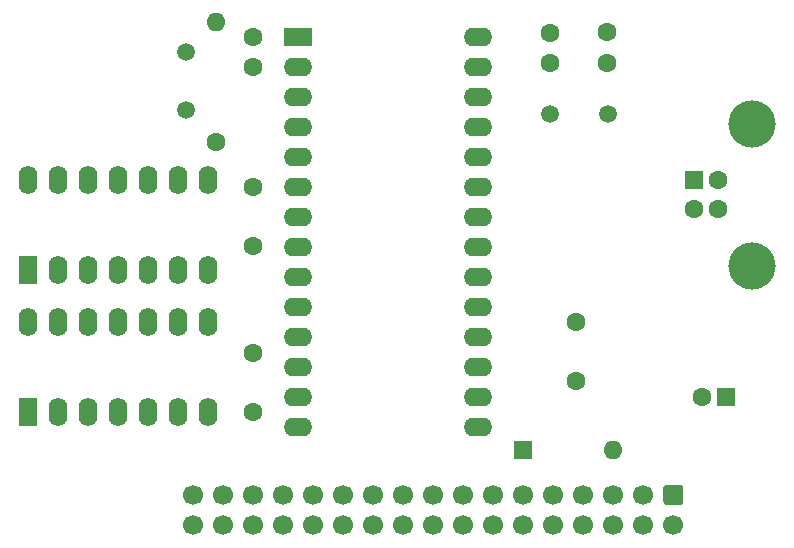
<source format=gbs>
%TF.GenerationSoftware,KiCad,Pcbnew,(5.1.12)-1*%
%TF.CreationDate,2022-04-06T13:04:16+02:00*%
%TF.ProjectId,ACIA_USB,41434941-5f55-4534-922e-6b696361645f,1.0*%
%TF.SameCoordinates,PX6d01460PY60e4b00*%
%TF.FileFunction,Soldermask,Bot*%
%TF.FilePolarity,Negative*%
%FSLAX46Y46*%
G04 Gerber Fmt 4.6, Leading zero omitted, Abs format (unit mm)*
G04 Created by KiCad (PCBNEW (5.1.12)-1) date 2022-04-06 13:04:16*
%MOMM*%
%LPD*%
G01*
G04 APERTURE LIST*
%ADD10C,1.600000*%
%ADD11C,1.500000*%
%ADD12C,4.000000*%
%ADD13R,1.600000X1.600000*%
%ADD14O,1.600000X1.600000*%
%ADD15O,1.600000X2.400000*%
%ADD16R,1.600000X2.400000*%
%ADD17O,2.400000X1.600000*%
%ADD18R,2.400000X1.600000*%
%ADD19C,1.700000*%
G04 APERTURE END LIST*
D10*
%TO.C,C7*%
X50165000Y15320000D03*
X50165000Y20320000D03*
%TD*%
D11*
%TO.C,Y2*%
X52886000Y37973000D03*
X48006000Y37973000D03*
%TD*%
D12*
%TO.C,J2*%
X65058000Y37135000D03*
X65058000Y25135000D03*
D10*
X62198000Y32385000D03*
X62198000Y29885000D03*
X60198000Y29885000D03*
D13*
X60198000Y32385000D03*
%TD*%
D10*
%TO.C,C6*%
X52832000Y42291000D03*
X52832000Y44878000D03*
%TD*%
%TO.C,C4*%
X48006000Y42291000D03*
X48006000Y44791000D03*
%TD*%
D14*
%TO.C,R1*%
X19685000Y45720000D03*
D10*
X19685000Y35560000D03*
%TD*%
D11*
%TO.C,Y1*%
X17145000Y38280000D03*
X17145000Y43180000D03*
%TD*%
D10*
%TO.C,C8*%
X22860000Y41950000D03*
X22860000Y44450000D03*
%TD*%
D15*
%TO.C,U2*%
X3810000Y32385000D03*
X19050000Y24765000D03*
X6350000Y32385000D03*
X16510000Y24765000D03*
X8890000Y32385000D03*
X13970000Y24765000D03*
X11430000Y32385000D03*
X11430000Y24765000D03*
X13970000Y32385000D03*
X8890000Y24765000D03*
X16510000Y32385000D03*
X6350000Y24765000D03*
X19050000Y32385000D03*
D16*
X3810000Y24765000D03*
%TD*%
D17*
%TO.C,U1*%
X41910000Y44450000D03*
X26670000Y11430000D03*
X41910000Y41910000D03*
X26670000Y13970000D03*
X41910000Y39370000D03*
X26670000Y16510000D03*
X41910000Y36830000D03*
X26670000Y19050000D03*
X41910000Y34290000D03*
X26670000Y21590000D03*
X41910000Y31750000D03*
X26670000Y24130000D03*
X41910000Y29210000D03*
X26670000Y26670000D03*
X41910000Y26670000D03*
X26670000Y29210000D03*
X41910000Y24130000D03*
X26670000Y31750000D03*
X41910000Y21590000D03*
X26670000Y34290000D03*
X41910000Y19050000D03*
X26670000Y36830000D03*
X41910000Y16510000D03*
X26670000Y39370000D03*
X41910000Y13970000D03*
X26670000Y41910000D03*
X41910000Y11430000D03*
D18*
X26670000Y44450000D03*
%TD*%
D19*
%TO.C,J1*%
X17780000Y3175000D03*
X20320000Y3175000D03*
X22860000Y3175000D03*
X25400000Y3175000D03*
X27940000Y3175000D03*
X30480000Y3175000D03*
X33020000Y3175000D03*
X35560000Y3175000D03*
X38100000Y3175000D03*
X40640000Y3175000D03*
X43180000Y3175000D03*
X45720000Y3175000D03*
X48260000Y3175000D03*
X50800000Y3175000D03*
X53340000Y3175000D03*
X55880000Y3175000D03*
X58420000Y3175000D03*
X17780000Y5715000D03*
X20320000Y5715000D03*
X22860000Y5715000D03*
X25400000Y5715000D03*
X27940000Y5715000D03*
X30480000Y5715000D03*
X33020000Y5715000D03*
X35560000Y5715000D03*
X38100000Y5715000D03*
X40640000Y5715000D03*
X43180000Y5715000D03*
X45720000Y5715000D03*
X48260000Y5715000D03*
X50800000Y5715000D03*
X53340000Y5715000D03*
X55880000Y5715000D03*
G36*
G01*
X57820000Y6565000D02*
X59020000Y6565000D01*
G75*
G02*
X59270000Y6315000I0J-250000D01*
G01*
X59270000Y5115000D01*
G75*
G02*
X59020000Y4865000I-250000J0D01*
G01*
X57820000Y4865000D01*
G75*
G02*
X57570000Y5115000I0J250000D01*
G01*
X57570000Y6315000D01*
G75*
G02*
X57820000Y6565000I250000J0D01*
G01*
G37*
%TD*%
D14*
%TO.C,D1*%
X53340000Y9525000D03*
D13*
X45720000Y9525000D03*
%TD*%
D10*
%TO.C,C3*%
X22860000Y17700000D03*
X22860000Y12700000D03*
%TD*%
%TO.C,C2*%
X22860000Y31750000D03*
X22860000Y26750000D03*
%TD*%
D15*
%TO.C,U3*%
X3810000Y20320000D03*
X19050000Y12700000D03*
X6350000Y20320000D03*
X16510000Y12700000D03*
X8890000Y20320000D03*
X13970000Y12700000D03*
X11430000Y20320000D03*
X11430000Y12700000D03*
X13970000Y20320000D03*
X8890000Y12700000D03*
X16510000Y20320000D03*
X6350000Y12700000D03*
X19050000Y20320000D03*
D16*
X3810000Y12700000D03*
%TD*%
D10*
%TO.C,C1*%
X60865000Y13970000D03*
D13*
X62865000Y13970000D03*
%TD*%
M02*

</source>
